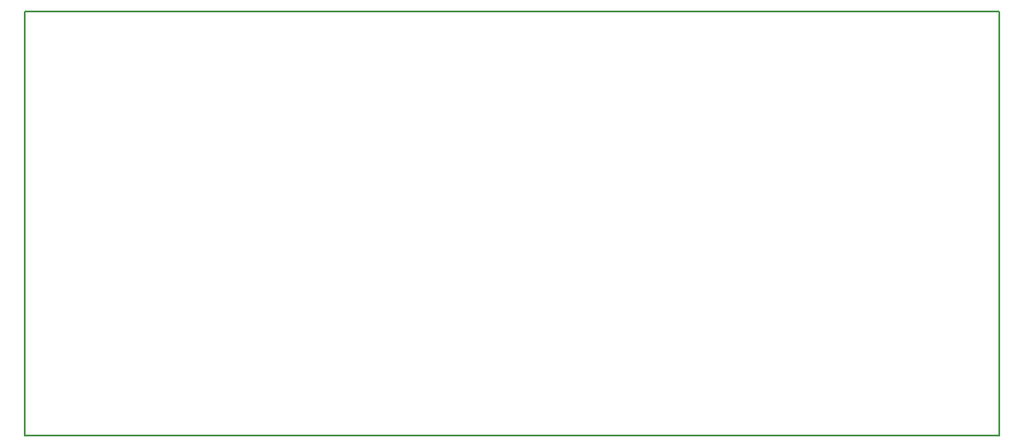
<source format=gbr>
G04 DipTrace 3.1.0.1*
G04 BoardOutline.gbr*
%MOIN*%
G04 #@! TF.FileFunction,Profile*
G04 #@! TF.Part,Single*
%ADD11C,0.005512*%
%FSLAX26Y26*%
G04*
G70*
G90*
G75*
G01*
G04 BoardOutline*
%LPD*%
X393701Y1993701D2*
D11*
X4068701D1*
Y393701D1*
X393701D1*
Y1993701D1*
M02*

</source>
